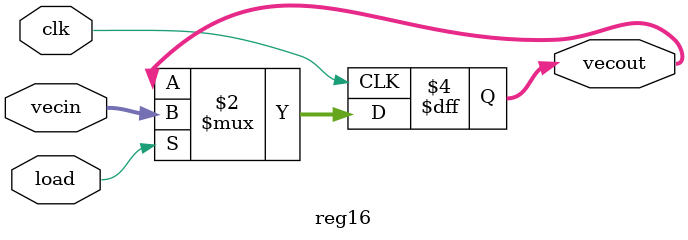
<source format=v>

module reg16(clk, load, vecin, vecout);

input clk, load;
input [15:0] vecin;
output [15:0] vecout;

reg vecout;

always @(posedge clk)
	if (load)
		vecout <= vecin;

endmodule
</source>
